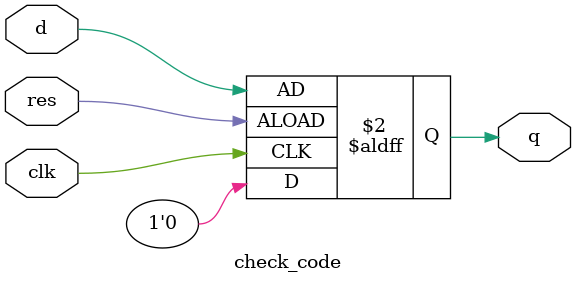
<source format=v>
module check_code (input clk , input res , input d, output reg q);

always @ (posedge clk ,posedge res)
begin
	if(res)
		q <= d;
	else
		q <= 1'b0;
end
endmodule

</source>
